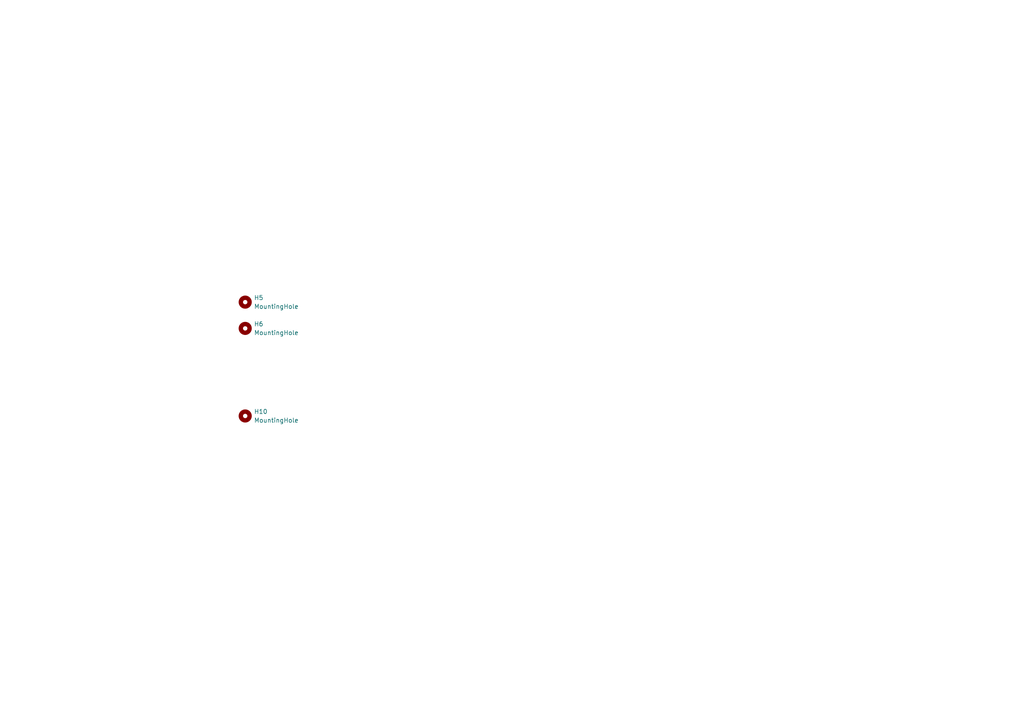
<source format=kicad_sch>
(kicad_sch (version 20211123) (generator eeschema)
  (paper "A4")
  (lib_symbols
    (symbol "Mechanical:MountingHole" (pin_names (offset 1.016))
      (property "Reference" "H" (at 0 5.08 0))
      (property "Value" "MountingHole" (at 0 3.175 0))
      (symbol "MountingHole_0_1"
        (circle (center 0 0) (radius 1.27) (stroke (width 1.27)))
      )
    )
  )
  (symbol (lib_id "Mechanical:MountingHole") (at 71.12 120.65 0) (unit 1)
    (property "Reference" "H10" (at 73.66 119.3799 0) (effects (justify left)))
    (property "Value" "MountingHole" (at 73.66 121.9199 0) (effects (justify left)))
    (property "Footprint" "MountingHole:MountingHole_3.2mm_M3" (effects hide))
  )
  (symbol (lib_id "Mechanical:MountingHole") (at 71.12 95.25 0) (unit 1)
    (property "Reference" "H6" (at 73.66 93.9799 0) (effects (justify left)))
    (property "Value" "MountingHole" (at 73.66 96.5199 0) (effects (justify left)))
    (property "Footprint" "MountingHole:MountingHole_3.2mm_M3" (effects hide))
  )
  (symbol (lib_id "Mechanical:MountingHole") (at 71.12 87.63 0) (unit 1)
    (property "Reference" "H5" (at 73.66 86.3599 0) (effects (justify left)))
    (property "Value" "MountingHole" (at 73.66 88.8999 0) (effects (justify left)))
    (property "Footprint" "MountingHole:MountingHole_3.2mm_M3" (effects hide))
  )
)
</source>
